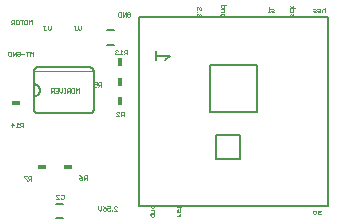
<source format=gbo>
G75*
%MOIN*%
%OFA0B0*%
%FSLAX25Y25*%
%IPPOS*%
%LPD*%
%AMOC8*
5,1,8,0,0,1.08239X$1,22.5*
%
%ADD10C,0.00100*%
%ADD11C,0.00600*%
%ADD12R,0.01800X0.03000*%
%ADD13C,0.00800*%
%ADD14C,0.00200*%
%ADD15R,0.03000X0.01800*%
D10*
X0009876Y0018546D02*
X0009876Y0018796D01*
X0008875Y0019797D01*
X0008875Y0020047D01*
X0009876Y0020047D01*
X0010348Y0019797D02*
X0010348Y0019296D01*
X0010599Y0019046D01*
X0011349Y0019046D01*
X0011349Y0018546D02*
X0011349Y0020047D01*
X0010599Y0020047D01*
X0010348Y0019797D01*
X0010849Y0019046D02*
X0010348Y0018546D01*
X0019640Y0013597D02*
X0019890Y0013847D01*
X0020391Y0013847D01*
X0020641Y0013597D01*
X0021113Y0013597D02*
X0021363Y0013847D01*
X0021864Y0013847D01*
X0022114Y0013597D01*
X0022114Y0012596D01*
X0021864Y0012346D01*
X0021363Y0012346D01*
X0021113Y0012596D01*
X0020641Y0012346D02*
X0019640Y0013347D01*
X0019640Y0013597D01*
X0019640Y0012346D02*
X0020641Y0012346D01*
X0027351Y0019014D02*
X0027351Y0019264D01*
X0027601Y0019514D01*
X0028352Y0019514D01*
X0028352Y0019014D01*
X0028102Y0018763D01*
X0027601Y0018763D01*
X0027351Y0019014D01*
X0027851Y0020014D02*
X0027351Y0020265D01*
X0027851Y0020014D02*
X0028352Y0019514D01*
X0028824Y0019514D02*
X0029075Y0019264D01*
X0029825Y0019264D01*
X0029325Y0019264D02*
X0028824Y0018763D01*
X0028824Y0019514D02*
X0028824Y0020014D01*
X0029075Y0020265D01*
X0029825Y0020265D01*
X0029825Y0018763D01*
X0033681Y0010040D02*
X0033681Y0009040D01*
X0034181Y0008539D01*
X0034681Y0009040D01*
X0034681Y0010040D01*
X0035154Y0010040D02*
X0035654Y0009790D01*
X0036155Y0009290D01*
X0035404Y0009290D01*
X0035154Y0009040D01*
X0035154Y0008789D01*
X0035404Y0008539D01*
X0035905Y0008539D01*
X0036155Y0008789D01*
X0036155Y0009290D01*
X0036627Y0009290D02*
X0036627Y0008789D01*
X0036877Y0008539D01*
X0037378Y0008539D01*
X0037628Y0008789D01*
X0038114Y0008789D02*
X0038114Y0008539D01*
X0038365Y0008539D01*
X0038365Y0008789D01*
X0038114Y0008789D01*
X0037628Y0009290D02*
X0037128Y0009540D01*
X0036877Y0009540D01*
X0036627Y0009290D01*
X0036627Y0010040D02*
X0037628Y0010040D01*
X0037628Y0009290D01*
X0038837Y0009540D02*
X0038837Y0009790D01*
X0039087Y0010040D01*
X0039588Y0010040D01*
X0039838Y0009790D01*
X0038837Y0009540D02*
X0039838Y0008539D01*
X0038837Y0008539D01*
X0050740Y0007152D02*
X0050990Y0007402D01*
X0052241Y0007402D01*
X0052241Y0006652D01*
X0051991Y0006402D01*
X0051490Y0006402D01*
X0051240Y0006652D01*
X0051240Y0007402D01*
X0051240Y0007875D02*
X0052241Y0007875D01*
X0052241Y0008625D01*
X0051991Y0008876D01*
X0051240Y0008876D01*
X0051490Y0009348D02*
X0051991Y0009348D01*
X0052241Y0009598D01*
X0052241Y0010349D01*
X0052741Y0010349D02*
X0051240Y0010349D01*
X0051240Y0009598D01*
X0051490Y0009348D01*
X0050740Y0007152D02*
X0050740Y0006902D01*
X0059840Y0006681D02*
X0060841Y0006681D01*
X0060340Y0006681D02*
X0060841Y0007182D01*
X0060841Y0007432D01*
X0060591Y0007909D02*
X0060841Y0008159D01*
X0060841Y0008910D01*
X0060841Y0009382D02*
X0060841Y0009883D01*
X0061091Y0009633D02*
X0060090Y0009633D01*
X0059840Y0009883D01*
X0060090Y0008910D02*
X0060340Y0008660D01*
X0060340Y0008159D01*
X0060591Y0007909D01*
X0059840Y0007909D02*
X0059840Y0008660D01*
X0060090Y0008910D01*
X0042106Y0039917D02*
X0042106Y0041419D01*
X0041355Y0041419D01*
X0041105Y0041168D01*
X0041105Y0040668D01*
X0041355Y0040418D01*
X0042106Y0040418D01*
X0041605Y0040418D02*
X0041105Y0039917D01*
X0040633Y0039917D02*
X0039632Y0040918D01*
X0039632Y0041168D01*
X0039882Y0041419D01*
X0040382Y0041419D01*
X0040633Y0041168D01*
X0040633Y0039917D02*
X0039632Y0039917D01*
X0034681Y0049789D02*
X0034681Y0051291D01*
X0033930Y0051291D01*
X0033680Y0051040D01*
X0033680Y0050540D01*
X0033930Y0050290D01*
X0034681Y0050290D01*
X0034180Y0050290D02*
X0033680Y0049789D01*
X0033207Y0050039D02*
X0032957Y0049789D01*
X0032457Y0049789D01*
X0032207Y0050039D01*
X0032207Y0050540D01*
X0032457Y0050790D01*
X0032707Y0050790D01*
X0033207Y0050540D01*
X0033207Y0051291D01*
X0032207Y0051291D01*
X0027069Y0049253D02*
X0027069Y0047752D01*
X0026068Y0047752D02*
X0026068Y0049253D01*
X0026569Y0048753D01*
X0027069Y0049253D01*
X0025596Y0049253D02*
X0024845Y0049253D01*
X0024595Y0049003D01*
X0024595Y0048002D01*
X0024845Y0047752D01*
X0025596Y0047752D01*
X0025596Y0049253D01*
X0024123Y0049253D02*
X0023372Y0049253D01*
X0023122Y0049003D01*
X0023122Y0048503D01*
X0023372Y0048253D01*
X0024123Y0048253D01*
X0023622Y0048253D02*
X0023122Y0047752D01*
X0022649Y0047752D02*
X0022149Y0047752D01*
X0022399Y0047752D02*
X0022399Y0049253D01*
X0022649Y0049253D02*
X0022149Y0049253D01*
X0021667Y0049253D02*
X0021667Y0048253D01*
X0021167Y0047752D01*
X0020666Y0048253D01*
X0020666Y0049253D01*
X0020194Y0049253D02*
X0020194Y0047752D01*
X0019193Y0047752D01*
X0018721Y0047752D02*
X0018721Y0049253D01*
X0017970Y0049253D01*
X0017720Y0049003D01*
X0017720Y0048503D01*
X0017970Y0048253D01*
X0018721Y0048253D01*
X0018220Y0048253D02*
X0017720Y0047752D01*
X0019193Y0049253D02*
X0020194Y0049253D01*
X0020194Y0048503D02*
X0019694Y0048503D01*
X0024123Y0047752D02*
X0024123Y0049253D01*
X0011969Y0059974D02*
X0011969Y0061476D01*
X0011469Y0060975D01*
X0010968Y0061476D01*
X0010968Y0059974D01*
X0009996Y0059974D02*
X0009996Y0061476D01*
X0010496Y0061476D02*
X0009495Y0061476D01*
X0009023Y0060725D02*
X0008022Y0060725D01*
X0007550Y0060225D02*
X0007550Y0061226D01*
X0007299Y0061476D01*
X0006799Y0061476D01*
X0006549Y0061226D01*
X0006549Y0060725D02*
X0007049Y0060725D01*
X0006549Y0060725D02*
X0006549Y0060225D01*
X0006799Y0059974D01*
X0007299Y0059974D01*
X0007550Y0060225D01*
X0006076Y0059974D02*
X0006076Y0061476D01*
X0005075Y0059974D01*
X0005075Y0061476D01*
X0004603Y0061476D02*
X0003852Y0061476D01*
X0003602Y0061226D01*
X0003602Y0060225D01*
X0003852Y0059974D01*
X0004603Y0059974D01*
X0004603Y0061476D01*
X0004606Y0070630D02*
X0005106Y0071130D01*
X0004856Y0071130D02*
X0005606Y0071130D01*
X0005606Y0070630D02*
X0005606Y0072131D01*
X0004856Y0072131D01*
X0004606Y0071881D01*
X0004606Y0071380D01*
X0004856Y0071130D01*
X0006079Y0070880D02*
X0006079Y0071881D01*
X0006329Y0072131D01*
X0006829Y0072131D01*
X0007080Y0071881D01*
X0007080Y0070880D01*
X0006829Y0070630D01*
X0006329Y0070630D01*
X0006079Y0070880D01*
X0007552Y0072131D02*
X0008553Y0072131D01*
X0008052Y0072131D02*
X0008052Y0070630D01*
X0009025Y0070880D02*
X0009276Y0070630D01*
X0009776Y0070630D01*
X0010026Y0070880D01*
X0010026Y0071881D01*
X0009776Y0072131D01*
X0009276Y0072131D01*
X0009025Y0071881D01*
X0009025Y0070880D01*
X0010499Y0070630D02*
X0010499Y0072131D01*
X0010999Y0071631D01*
X0011499Y0072131D01*
X0011499Y0070630D01*
X0015291Y0070094D02*
X0015791Y0070094D01*
X0015541Y0070094D02*
X0015541Y0068843D01*
X0015791Y0068593D01*
X0016041Y0068593D01*
X0016291Y0068843D01*
X0016764Y0069093D02*
X0016764Y0070094D01*
X0017765Y0070094D02*
X0017765Y0069093D01*
X0017264Y0068593D01*
X0016764Y0069093D01*
X0025471Y0070094D02*
X0025972Y0070094D01*
X0025722Y0070094D02*
X0025722Y0068843D01*
X0025972Y0068593D01*
X0026222Y0068593D01*
X0026472Y0068843D01*
X0026945Y0069093D02*
X0026945Y0070094D01*
X0027946Y0070094D02*
X0027946Y0069093D01*
X0027445Y0068593D01*
X0026945Y0069093D01*
X0039191Y0061852D02*
X0039191Y0061602D01*
X0039442Y0061352D01*
X0039191Y0061102D01*
X0039191Y0060851D01*
X0039442Y0060601D01*
X0039942Y0060601D01*
X0040192Y0060851D01*
X0040665Y0060601D02*
X0041665Y0060601D01*
X0042138Y0060601D02*
X0042638Y0061102D01*
X0042388Y0061102D02*
X0043139Y0061102D01*
X0043139Y0060601D02*
X0043139Y0062103D01*
X0042388Y0062103D01*
X0042138Y0061852D01*
X0042138Y0061352D01*
X0042388Y0061102D01*
X0041665Y0061602D02*
X0041165Y0062103D01*
X0041165Y0060601D01*
X0040192Y0061852D02*
X0039942Y0062103D01*
X0039442Y0062103D01*
X0039191Y0061852D01*
X0039442Y0061352D02*
X0039692Y0061352D01*
X0040538Y0073137D02*
X0040288Y0073387D01*
X0040288Y0074388D01*
X0040538Y0074638D01*
X0041289Y0074638D01*
X0041289Y0073137D01*
X0040538Y0073137D01*
X0041761Y0073137D02*
X0041761Y0074638D01*
X0042762Y0074638D02*
X0041761Y0073137D01*
X0042762Y0073137D02*
X0042762Y0074638D01*
X0043234Y0074388D02*
X0043484Y0074638D01*
X0043985Y0074638D01*
X0044235Y0074388D01*
X0044235Y0073387D01*
X0043985Y0073137D01*
X0043484Y0073137D01*
X0043234Y0073387D01*
X0043234Y0073888D01*
X0043735Y0073888D01*
X0066440Y0073832D02*
X0066440Y0073332D01*
X0066690Y0073081D01*
X0067191Y0073582D02*
X0067191Y0073832D01*
X0066940Y0074082D01*
X0066690Y0074082D01*
X0066440Y0073832D01*
X0066440Y0074555D02*
X0066440Y0074805D01*
X0066690Y0074805D01*
X0066690Y0074555D01*
X0066440Y0074555D01*
X0066690Y0075291D02*
X0066440Y0075542D01*
X0066440Y0076042D01*
X0066690Y0076292D01*
X0066940Y0076292D01*
X0067191Y0076042D01*
X0067191Y0075792D01*
X0067191Y0076042D02*
X0067441Y0076292D01*
X0067691Y0076292D01*
X0067941Y0076042D01*
X0067941Y0075542D01*
X0067691Y0075291D01*
X0067691Y0074082D02*
X0067441Y0074082D01*
X0067191Y0073832D01*
X0067691Y0074082D02*
X0067941Y0073832D01*
X0067941Y0073332D01*
X0067691Y0073081D01*
X0074140Y0073582D02*
X0074140Y0073832D01*
X0074390Y0074082D01*
X0075641Y0074082D01*
X0075641Y0073332D01*
X0075391Y0073081D01*
X0074890Y0073081D01*
X0074640Y0073332D01*
X0074640Y0074082D01*
X0074640Y0074555D02*
X0075641Y0074555D01*
X0075641Y0075305D01*
X0075391Y0075556D01*
X0074640Y0075556D01*
X0074890Y0076028D02*
X0075391Y0076028D01*
X0075641Y0076278D01*
X0075641Y0077029D01*
X0076141Y0077029D02*
X0074640Y0077029D01*
X0074640Y0076278D01*
X0074890Y0076028D01*
X0090222Y0074681D02*
X0090722Y0074681D01*
X0090472Y0074681D02*
X0090472Y0075682D01*
X0090722Y0075682D01*
X0091195Y0075682D02*
X0091945Y0075682D01*
X0092195Y0075432D01*
X0091945Y0075182D01*
X0091445Y0075182D01*
X0091195Y0074932D01*
X0091445Y0074681D01*
X0092195Y0074681D01*
X0090472Y0076183D02*
X0090472Y0076433D01*
X0097640Y0076779D02*
X0098140Y0076028D01*
X0098641Y0076779D01*
X0099141Y0076028D02*
X0097640Y0076028D01*
X0097640Y0075556D02*
X0097640Y0074805D01*
X0097890Y0074555D01*
X0098391Y0074555D01*
X0098641Y0074805D01*
X0098641Y0075556D01*
X0098641Y0074082D02*
X0098641Y0073332D01*
X0098391Y0073081D01*
X0098140Y0073332D01*
X0098140Y0073832D01*
X0097890Y0074082D01*
X0097640Y0073832D01*
X0097640Y0073081D01*
X0105212Y0074932D02*
X0105463Y0075182D01*
X0105963Y0075182D01*
X0106213Y0075432D01*
X0105963Y0075682D01*
X0105212Y0075682D01*
X0105212Y0074932D02*
X0105463Y0074681D01*
X0106213Y0074681D01*
X0106686Y0074932D02*
X0106936Y0075182D01*
X0107436Y0075182D01*
X0107687Y0075432D01*
X0107436Y0075682D01*
X0106686Y0075682D01*
X0106686Y0074932D02*
X0106936Y0074681D01*
X0107687Y0074681D01*
X0108159Y0074681D02*
X0108159Y0075432D01*
X0108409Y0075682D01*
X0108910Y0075682D01*
X0109160Y0075432D01*
X0109160Y0076183D02*
X0109160Y0074681D01*
X0107490Y0008482D02*
X0106739Y0008482D01*
X0106267Y0008232D02*
X0106267Y0007732D01*
X0106017Y0007481D01*
X0105516Y0007481D01*
X0105266Y0007732D01*
X0105266Y0008232D01*
X0105516Y0008482D01*
X0106017Y0008482D01*
X0106267Y0008232D01*
X0106739Y0007732D02*
X0106989Y0007982D01*
X0107490Y0007982D01*
X0107740Y0008232D01*
X0107490Y0008482D01*
X0107740Y0007481D02*
X0106989Y0007481D01*
X0106739Y0007732D01*
X0008523Y0036313D02*
X0008523Y0037815D01*
X0007773Y0037815D01*
X0007523Y0037564D01*
X0007523Y0037064D01*
X0007773Y0036814D01*
X0008523Y0036814D01*
X0008023Y0036814D02*
X0007523Y0036313D01*
X0007050Y0036313D02*
X0006049Y0036313D01*
X0006550Y0036313D02*
X0006550Y0037815D01*
X0007050Y0037314D01*
X0005577Y0037064D02*
X0004576Y0037064D01*
X0004826Y0037815D02*
X0005577Y0037064D01*
X0004826Y0036313D02*
X0004826Y0037815D01*
D11*
X0019589Y0006138D02*
X0021952Y0006138D01*
X0021952Y0010862D02*
X0019589Y0010862D01*
X0013637Y0040986D02*
X0030637Y0040986D01*
X0030713Y0040988D01*
X0030789Y0040994D01*
X0030864Y0041003D01*
X0030939Y0041017D01*
X0031013Y0041034D01*
X0031086Y0041055D01*
X0031158Y0041079D01*
X0031229Y0041108D01*
X0031298Y0041139D01*
X0031365Y0041174D01*
X0031430Y0041213D01*
X0031494Y0041255D01*
X0031555Y0041300D01*
X0031614Y0041348D01*
X0031670Y0041399D01*
X0031724Y0041453D01*
X0031775Y0041509D01*
X0031823Y0041568D01*
X0031868Y0041629D01*
X0031910Y0041693D01*
X0031949Y0041758D01*
X0031984Y0041825D01*
X0032015Y0041894D01*
X0032044Y0041965D01*
X0032068Y0042037D01*
X0032089Y0042110D01*
X0032106Y0042184D01*
X0032120Y0042259D01*
X0032129Y0042334D01*
X0032135Y0042410D01*
X0032137Y0042486D01*
X0032137Y0054886D01*
X0032135Y0054962D01*
X0032129Y0055038D01*
X0032120Y0055113D01*
X0032106Y0055188D01*
X0032089Y0055262D01*
X0032068Y0055335D01*
X0032044Y0055407D01*
X0032015Y0055478D01*
X0031984Y0055547D01*
X0031949Y0055614D01*
X0031910Y0055679D01*
X0031868Y0055743D01*
X0031823Y0055804D01*
X0031775Y0055863D01*
X0031724Y0055919D01*
X0031670Y0055973D01*
X0031614Y0056024D01*
X0031555Y0056072D01*
X0031494Y0056117D01*
X0031430Y0056159D01*
X0031365Y0056198D01*
X0031298Y0056233D01*
X0031229Y0056264D01*
X0031158Y0056293D01*
X0031086Y0056317D01*
X0031013Y0056338D01*
X0030939Y0056355D01*
X0030864Y0056369D01*
X0030789Y0056378D01*
X0030713Y0056384D01*
X0030637Y0056386D01*
X0013637Y0056386D01*
X0013561Y0056384D01*
X0013485Y0056378D01*
X0013410Y0056369D01*
X0013335Y0056355D01*
X0013261Y0056338D01*
X0013188Y0056317D01*
X0013116Y0056293D01*
X0013045Y0056264D01*
X0012976Y0056233D01*
X0012909Y0056198D01*
X0012844Y0056159D01*
X0012780Y0056117D01*
X0012719Y0056072D01*
X0012660Y0056024D01*
X0012604Y0055973D01*
X0012550Y0055919D01*
X0012499Y0055863D01*
X0012451Y0055804D01*
X0012406Y0055743D01*
X0012364Y0055679D01*
X0012325Y0055614D01*
X0012290Y0055547D01*
X0012259Y0055478D01*
X0012230Y0055407D01*
X0012206Y0055335D01*
X0012185Y0055262D01*
X0012168Y0055188D01*
X0012154Y0055113D01*
X0012145Y0055038D01*
X0012139Y0054962D01*
X0012137Y0054886D01*
X0012137Y0042486D01*
X0012139Y0042410D01*
X0012145Y0042334D01*
X0012154Y0042259D01*
X0012168Y0042184D01*
X0012185Y0042110D01*
X0012206Y0042037D01*
X0012230Y0041965D01*
X0012259Y0041894D01*
X0012290Y0041825D01*
X0012325Y0041758D01*
X0012364Y0041693D01*
X0012406Y0041629D01*
X0012451Y0041568D01*
X0012499Y0041509D01*
X0012550Y0041453D01*
X0012604Y0041399D01*
X0012660Y0041348D01*
X0012719Y0041300D01*
X0012780Y0041255D01*
X0012844Y0041213D01*
X0012909Y0041174D01*
X0012976Y0041139D01*
X0013045Y0041108D01*
X0013116Y0041079D01*
X0013188Y0041055D01*
X0013261Y0041034D01*
X0013335Y0041017D01*
X0013410Y0041003D01*
X0013485Y0040994D01*
X0013561Y0040988D01*
X0013637Y0040986D01*
X0012137Y0046686D02*
X0012225Y0046688D01*
X0012314Y0046694D01*
X0012402Y0046704D01*
X0012489Y0046717D01*
X0012576Y0046735D01*
X0012662Y0046756D01*
X0012747Y0046781D01*
X0012830Y0046810D01*
X0012913Y0046843D01*
X0012993Y0046879D01*
X0013072Y0046918D01*
X0013150Y0046961D01*
X0013225Y0047008D01*
X0013298Y0047058D01*
X0013369Y0047111D01*
X0013438Y0047167D01*
X0013504Y0047226D01*
X0013567Y0047288D01*
X0013627Y0047352D01*
X0013685Y0047419D01*
X0013739Y0047489D01*
X0013791Y0047561D01*
X0013839Y0047635D01*
X0013884Y0047712D01*
X0013925Y0047790D01*
X0013963Y0047870D01*
X0013997Y0047951D01*
X0014028Y0048034D01*
X0014055Y0048119D01*
X0014078Y0048204D01*
X0014097Y0048290D01*
X0014113Y0048378D01*
X0014125Y0048465D01*
X0014133Y0048553D01*
X0014137Y0048642D01*
X0014137Y0048730D01*
X0014133Y0048819D01*
X0014125Y0048907D01*
X0014113Y0048994D01*
X0014097Y0049082D01*
X0014078Y0049168D01*
X0014055Y0049253D01*
X0014028Y0049338D01*
X0013997Y0049421D01*
X0013963Y0049502D01*
X0013925Y0049582D01*
X0013884Y0049660D01*
X0013839Y0049737D01*
X0013791Y0049811D01*
X0013739Y0049883D01*
X0013685Y0049953D01*
X0013627Y0050020D01*
X0013567Y0050084D01*
X0013504Y0050146D01*
X0013438Y0050205D01*
X0013369Y0050261D01*
X0013298Y0050314D01*
X0013225Y0050364D01*
X0013150Y0050411D01*
X0013072Y0050454D01*
X0012993Y0050493D01*
X0012913Y0050529D01*
X0012830Y0050562D01*
X0012747Y0050591D01*
X0012662Y0050616D01*
X0012576Y0050637D01*
X0012489Y0050655D01*
X0012402Y0050668D01*
X0012314Y0050678D01*
X0012225Y0050684D01*
X0012137Y0050686D01*
X0036609Y0063869D02*
X0038971Y0063869D01*
X0038971Y0068594D02*
X0036609Y0068594D01*
X0053027Y0061658D02*
X0053027Y0058722D01*
X0053027Y0060190D02*
X0057431Y0060190D01*
X0055963Y0058722D01*
D12*
X0040897Y0058003D03*
X0040825Y0051529D03*
X0040862Y0045156D03*
D13*
X0047294Y0072928D02*
X0110286Y0072928D01*
X0110286Y0009935D01*
X0047294Y0009935D01*
X0047294Y0072928D01*
X0070916Y0057179D02*
X0070916Y0041431D01*
X0086664Y0041431D01*
X0086664Y0057179D01*
X0070916Y0057179D01*
X0072885Y0033557D02*
X0072885Y0025683D01*
X0080759Y0025683D01*
X0080759Y0033557D01*
X0072885Y0033557D01*
D14*
X0032137Y0054986D02*
X0012137Y0054986D01*
D15*
X0006133Y0044387D03*
X0014780Y0022906D03*
X0023397Y0023180D03*
M02*

</source>
